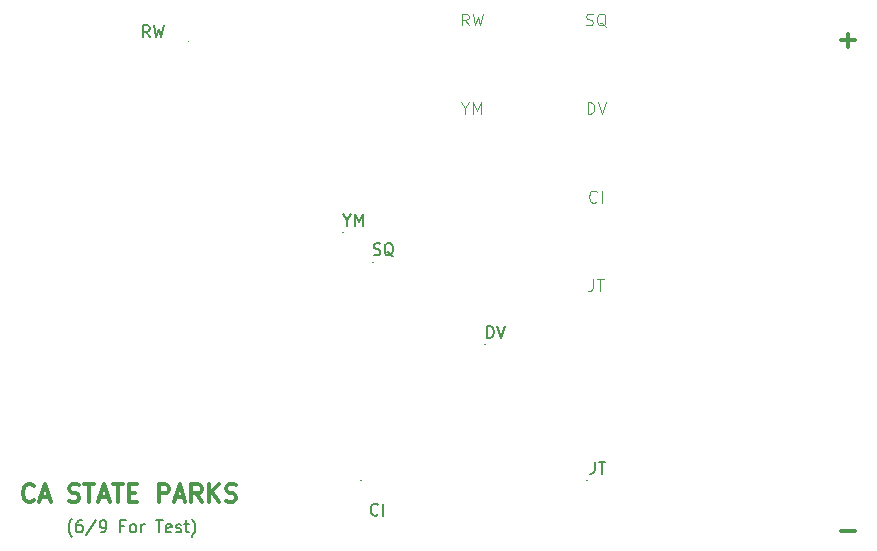
<source format=gbr>
%TF.GenerationSoftware,KiCad,Pcbnew,8.0.8*%
%TF.CreationDate,2025-07-15T17:27:57-07:00*%
%TF.ProjectId,Map Lights,4d617020-4c69-4676-9874-732e6b696361,rev?*%
%TF.SameCoordinates,Original*%
%TF.FileFunction,Legend,Top*%
%TF.FilePolarity,Positive*%
%FSLAX46Y46*%
G04 Gerber Fmt 4.6, Leading zero omitted, Abs format (unit mm)*
G04 Created by KiCad (PCBNEW 8.0.8) date 2025-07-15 17:27:57*
%MOMM*%
%LPD*%
G01*
G04 APERTURE LIST*
%ADD10C,0.200000*%
%ADD11C,0.300000*%
%ADD12C,0.100000*%
%ADD13C,0.150000*%
G04 APERTURE END LIST*
D10*
X122155387Y-121748171D02*
X122107768Y-121700552D01*
X122107768Y-121700552D02*
X122012530Y-121557695D01*
X122012530Y-121557695D02*
X121964911Y-121462457D01*
X121964911Y-121462457D02*
X121917292Y-121319600D01*
X121917292Y-121319600D02*
X121869673Y-121081504D01*
X121869673Y-121081504D02*
X121869673Y-120891028D01*
X121869673Y-120891028D02*
X121917292Y-120652933D01*
X121917292Y-120652933D02*
X121964911Y-120510076D01*
X121964911Y-120510076D02*
X122012530Y-120414838D01*
X122012530Y-120414838D02*
X122107768Y-120271980D01*
X122107768Y-120271980D02*
X122155387Y-120224361D01*
X122964911Y-120367219D02*
X122774435Y-120367219D01*
X122774435Y-120367219D02*
X122679197Y-120414838D01*
X122679197Y-120414838D02*
X122631578Y-120462457D01*
X122631578Y-120462457D02*
X122536340Y-120605314D01*
X122536340Y-120605314D02*
X122488721Y-120795790D01*
X122488721Y-120795790D02*
X122488721Y-121176742D01*
X122488721Y-121176742D02*
X122536340Y-121271980D01*
X122536340Y-121271980D02*
X122583959Y-121319600D01*
X122583959Y-121319600D02*
X122679197Y-121367219D01*
X122679197Y-121367219D02*
X122869673Y-121367219D01*
X122869673Y-121367219D02*
X122964911Y-121319600D01*
X122964911Y-121319600D02*
X123012530Y-121271980D01*
X123012530Y-121271980D02*
X123060149Y-121176742D01*
X123060149Y-121176742D02*
X123060149Y-120938647D01*
X123060149Y-120938647D02*
X123012530Y-120843409D01*
X123012530Y-120843409D02*
X122964911Y-120795790D01*
X122964911Y-120795790D02*
X122869673Y-120748171D01*
X122869673Y-120748171D02*
X122679197Y-120748171D01*
X122679197Y-120748171D02*
X122583959Y-120795790D01*
X122583959Y-120795790D02*
X122536340Y-120843409D01*
X122536340Y-120843409D02*
X122488721Y-120938647D01*
X124203006Y-120319600D02*
X123345864Y-121605314D01*
X124583959Y-121367219D02*
X124774435Y-121367219D01*
X124774435Y-121367219D02*
X124869673Y-121319600D01*
X124869673Y-121319600D02*
X124917292Y-121271980D01*
X124917292Y-121271980D02*
X125012530Y-121129123D01*
X125012530Y-121129123D02*
X125060149Y-120938647D01*
X125060149Y-120938647D02*
X125060149Y-120557695D01*
X125060149Y-120557695D02*
X125012530Y-120462457D01*
X125012530Y-120462457D02*
X124964911Y-120414838D01*
X124964911Y-120414838D02*
X124869673Y-120367219D01*
X124869673Y-120367219D02*
X124679197Y-120367219D01*
X124679197Y-120367219D02*
X124583959Y-120414838D01*
X124583959Y-120414838D02*
X124536340Y-120462457D01*
X124536340Y-120462457D02*
X124488721Y-120557695D01*
X124488721Y-120557695D02*
X124488721Y-120795790D01*
X124488721Y-120795790D02*
X124536340Y-120891028D01*
X124536340Y-120891028D02*
X124583959Y-120938647D01*
X124583959Y-120938647D02*
X124679197Y-120986266D01*
X124679197Y-120986266D02*
X124869673Y-120986266D01*
X124869673Y-120986266D02*
X124964911Y-120938647D01*
X124964911Y-120938647D02*
X125012530Y-120891028D01*
X125012530Y-120891028D02*
X125060149Y-120795790D01*
X126583959Y-120843409D02*
X126250626Y-120843409D01*
X126250626Y-121367219D02*
X126250626Y-120367219D01*
X126250626Y-120367219D02*
X126726816Y-120367219D01*
X127250626Y-121367219D02*
X127155388Y-121319600D01*
X127155388Y-121319600D02*
X127107769Y-121271980D01*
X127107769Y-121271980D02*
X127060150Y-121176742D01*
X127060150Y-121176742D02*
X127060150Y-120891028D01*
X127060150Y-120891028D02*
X127107769Y-120795790D01*
X127107769Y-120795790D02*
X127155388Y-120748171D01*
X127155388Y-120748171D02*
X127250626Y-120700552D01*
X127250626Y-120700552D02*
X127393483Y-120700552D01*
X127393483Y-120700552D02*
X127488721Y-120748171D01*
X127488721Y-120748171D02*
X127536340Y-120795790D01*
X127536340Y-120795790D02*
X127583959Y-120891028D01*
X127583959Y-120891028D02*
X127583959Y-121176742D01*
X127583959Y-121176742D02*
X127536340Y-121271980D01*
X127536340Y-121271980D02*
X127488721Y-121319600D01*
X127488721Y-121319600D02*
X127393483Y-121367219D01*
X127393483Y-121367219D02*
X127250626Y-121367219D01*
X128012531Y-121367219D02*
X128012531Y-120700552D01*
X128012531Y-120891028D02*
X128060150Y-120795790D01*
X128060150Y-120795790D02*
X128107769Y-120748171D01*
X128107769Y-120748171D02*
X128203007Y-120700552D01*
X128203007Y-120700552D02*
X128298245Y-120700552D01*
X129250627Y-120367219D02*
X129822055Y-120367219D01*
X129536341Y-121367219D02*
X129536341Y-120367219D01*
X130536341Y-121319600D02*
X130441103Y-121367219D01*
X130441103Y-121367219D02*
X130250627Y-121367219D01*
X130250627Y-121367219D02*
X130155389Y-121319600D01*
X130155389Y-121319600D02*
X130107770Y-121224361D01*
X130107770Y-121224361D02*
X130107770Y-120843409D01*
X130107770Y-120843409D02*
X130155389Y-120748171D01*
X130155389Y-120748171D02*
X130250627Y-120700552D01*
X130250627Y-120700552D02*
X130441103Y-120700552D01*
X130441103Y-120700552D02*
X130536341Y-120748171D01*
X130536341Y-120748171D02*
X130583960Y-120843409D01*
X130583960Y-120843409D02*
X130583960Y-120938647D01*
X130583960Y-120938647D02*
X130107770Y-121033885D01*
X130964913Y-121319600D02*
X131060151Y-121367219D01*
X131060151Y-121367219D02*
X131250627Y-121367219D01*
X131250627Y-121367219D02*
X131345865Y-121319600D01*
X131345865Y-121319600D02*
X131393484Y-121224361D01*
X131393484Y-121224361D02*
X131393484Y-121176742D01*
X131393484Y-121176742D02*
X131345865Y-121081504D01*
X131345865Y-121081504D02*
X131250627Y-121033885D01*
X131250627Y-121033885D02*
X131107770Y-121033885D01*
X131107770Y-121033885D02*
X131012532Y-120986266D01*
X131012532Y-120986266D02*
X130964913Y-120891028D01*
X130964913Y-120891028D02*
X130964913Y-120843409D01*
X130964913Y-120843409D02*
X131012532Y-120748171D01*
X131012532Y-120748171D02*
X131107770Y-120700552D01*
X131107770Y-120700552D02*
X131250627Y-120700552D01*
X131250627Y-120700552D02*
X131345865Y-120748171D01*
X131679199Y-120700552D02*
X132060151Y-120700552D01*
X131822056Y-120367219D02*
X131822056Y-121224361D01*
X131822056Y-121224361D02*
X131869675Y-121319600D01*
X131869675Y-121319600D02*
X131964913Y-121367219D01*
X131964913Y-121367219D02*
X132060151Y-121367219D01*
X132298247Y-121748171D02*
X132345866Y-121700552D01*
X132345866Y-121700552D02*
X132441104Y-121557695D01*
X132441104Y-121557695D02*
X132488723Y-121462457D01*
X132488723Y-121462457D02*
X132536342Y-121319600D01*
X132536342Y-121319600D02*
X132583961Y-121081504D01*
X132583961Y-121081504D02*
X132583961Y-120891028D01*
X132583961Y-120891028D02*
X132536342Y-120652933D01*
X132536342Y-120652933D02*
X132488723Y-120510076D01*
X132488723Y-120510076D02*
X132441104Y-120414838D01*
X132441104Y-120414838D02*
X132345866Y-120271980D01*
X132345866Y-120271980D02*
X132298247Y-120224361D01*
D11*
X188445489Y-79729400D02*
X187302632Y-79729400D01*
X187874060Y-80300828D02*
X187874060Y-79157971D01*
X188445489Y-121229400D02*
X187302632Y-121229400D01*
X118911653Y-118657971D02*
X118840225Y-118729400D01*
X118840225Y-118729400D02*
X118625939Y-118800828D01*
X118625939Y-118800828D02*
X118483082Y-118800828D01*
X118483082Y-118800828D02*
X118268796Y-118729400D01*
X118268796Y-118729400D02*
X118125939Y-118586542D01*
X118125939Y-118586542D02*
X118054510Y-118443685D01*
X118054510Y-118443685D02*
X117983082Y-118157971D01*
X117983082Y-118157971D02*
X117983082Y-117943685D01*
X117983082Y-117943685D02*
X118054510Y-117657971D01*
X118054510Y-117657971D02*
X118125939Y-117515114D01*
X118125939Y-117515114D02*
X118268796Y-117372257D01*
X118268796Y-117372257D02*
X118483082Y-117300828D01*
X118483082Y-117300828D02*
X118625939Y-117300828D01*
X118625939Y-117300828D02*
X118840225Y-117372257D01*
X118840225Y-117372257D02*
X118911653Y-117443685D01*
X119483082Y-118372257D02*
X120197368Y-118372257D01*
X119340225Y-118800828D02*
X119840225Y-117300828D01*
X119840225Y-117300828D02*
X120340225Y-118800828D01*
X121911653Y-118729400D02*
X122125939Y-118800828D01*
X122125939Y-118800828D02*
X122483081Y-118800828D01*
X122483081Y-118800828D02*
X122625939Y-118729400D01*
X122625939Y-118729400D02*
X122697367Y-118657971D01*
X122697367Y-118657971D02*
X122768796Y-118515114D01*
X122768796Y-118515114D02*
X122768796Y-118372257D01*
X122768796Y-118372257D02*
X122697367Y-118229400D01*
X122697367Y-118229400D02*
X122625939Y-118157971D01*
X122625939Y-118157971D02*
X122483081Y-118086542D01*
X122483081Y-118086542D02*
X122197367Y-118015114D01*
X122197367Y-118015114D02*
X122054510Y-117943685D01*
X122054510Y-117943685D02*
X121983081Y-117872257D01*
X121983081Y-117872257D02*
X121911653Y-117729400D01*
X121911653Y-117729400D02*
X121911653Y-117586542D01*
X121911653Y-117586542D02*
X121983081Y-117443685D01*
X121983081Y-117443685D02*
X122054510Y-117372257D01*
X122054510Y-117372257D02*
X122197367Y-117300828D01*
X122197367Y-117300828D02*
X122554510Y-117300828D01*
X122554510Y-117300828D02*
X122768796Y-117372257D01*
X123197367Y-117300828D02*
X124054510Y-117300828D01*
X123625938Y-118800828D02*
X123625938Y-117300828D01*
X124483081Y-118372257D02*
X125197367Y-118372257D01*
X124340224Y-118800828D02*
X124840224Y-117300828D01*
X124840224Y-117300828D02*
X125340224Y-118800828D01*
X125625938Y-117300828D02*
X126483081Y-117300828D01*
X126054509Y-118800828D02*
X126054509Y-117300828D01*
X126983080Y-118015114D02*
X127483080Y-118015114D01*
X127697366Y-118800828D02*
X126983080Y-118800828D01*
X126983080Y-118800828D02*
X126983080Y-117300828D01*
X126983080Y-117300828D02*
X127697366Y-117300828D01*
X129483080Y-118800828D02*
X129483080Y-117300828D01*
X129483080Y-117300828D02*
X130054509Y-117300828D01*
X130054509Y-117300828D02*
X130197366Y-117372257D01*
X130197366Y-117372257D02*
X130268795Y-117443685D01*
X130268795Y-117443685D02*
X130340223Y-117586542D01*
X130340223Y-117586542D02*
X130340223Y-117800828D01*
X130340223Y-117800828D02*
X130268795Y-117943685D01*
X130268795Y-117943685D02*
X130197366Y-118015114D01*
X130197366Y-118015114D02*
X130054509Y-118086542D01*
X130054509Y-118086542D02*
X129483080Y-118086542D01*
X130911652Y-118372257D02*
X131625938Y-118372257D01*
X130768795Y-118800828D02*
X131268795Y-117300828D01*
X131268795Y-117300828D02*
X131768795Y-118800828D01*
X133125937Y-118800828D02*
X132625937Y-118086542D01*
X132268794Y-118800828D02*
X132268794Y-117300828D01*
X132268794Y-117300828D02*
X132840223Y-117300828D01*
X132840223Y-117300828D02*
X132983080Y-117372257D01*
X132983080Y-117372257D02*
X133054509Y-117443685D01*
X133054509Y-117443685D02*
X133125937Y-117586542D01*
X133125937Y-117586542D02*
X133125937Y-117800828D01*
X133125937Y-117800828D02*
X133054509Y-117943685D01*
X133054509Y-117943685D02*
X132983080Y-118015114D01*
X132983080Y-118015114D02*
X132840223Y-118086542D01*
X132840223Y-118086542D02*
X132268794Y-118086542D01*
X133768794Y-118800828D02*
X133768794Y-117300828D01*
X134625937Y-118800828D02*
X133983080Y-117943685D01*
X134625937Y-117300828D02*
X133768794Y-118157971D01*
X135197366Y-118729400D02*
X135411652Y-118800828D01*
X135411652Y-118800828D02*
X135768794Y-118800828D01*
X135768794Y-118800828D02*
X135911652Y-118729400D01*
X135911652Y-118729400D02*
X135983080Y-118657971D01*
X135983080Y-118657971D02*
X136054509Y-118515114D01*
X136054509Y-118515114D02*
X136054509Y-118372257D01*
X136054509Y-118372257D02*
X135983080Y-118229400D01*
X135983080Y-118229400D02*
X135911652Y-118157971D01*
X135911652Y-118157971D02*
X135768794Y-118086542D01*
X135768794Y-118086542D02*
X135483080Y-118015114D01*
X135483080Y-118015114D02*
X135340223Y-117943685D01*
X135340223Y-117943685D02*
X135268794Y-117872257D01*
X135268794Y-117872257D02*
X135197366Y-117729400D01*
X135197366Y-117729400D02*
X135197366Y-117586542D01*
X135197366Y-117586542D02*
X135268794Y-117443685D01*
X135268794Y-117443685D02*
X135340223Y-117372257D01*
X135340223Y-117372257D02*
X135483080Y-117300828D01*
X135483080Y-117300828D02*
X135840223Y-117300828D01*
X135840223Y-117300828D02*
X136054509Y-117372257D01*
D12*
X165809524Y-85957419D02*
X165809524Y-84957419D01*
X165809524Y-84957419D02*
X166047619Y-84957419D01*
X166047619Y-84957419D02*
X166190476Y-85005038D01*
X166190476Y-85005038D02*
X166285714Y-85100276D01*
X166285714Y-85100276D02*
X166333333Y-85195514D01*
X166333333Y-85195514D02*
X166380952Y-85385990D01*
X166380952Y-85385990D02*
X166380952Y-85528847D01*
X166380952Y-85528847D02*
X166333333Y-85719323D01*
X166333333Y-85719323D02*
X166285714Y-85814561D01*
X166285714Y-85814561D02*
X166190476Y-85909800D01*
X166190476Y-85909800D02*
X166047619Y-85957419D01*
X166047619Y-85957419D02*
X165809524Y-85957419D01*
X166666667Y-84957419D02*
X167000000Y-85957419D01*
X167000000Y-85957419D02*
X167333333Y-84957419D01*
D13*
X128738095Y-79454819D02*
X128404762Y-78978628D01*
X128166667Y-79454819D02*
X128166667Y-78454819D01*
X128166667Y-78454819D02*
X128547619Y-78454819D01*
X128547619Y-78454819D02*
X128642857Y-78502438D01*
X128642857Y-78502438D02*
X128690476Y-78550057D01*
X128690476Y-78550057D02*
X128738095Y-78645295D01*
X128738095Y-78645295D02*
X128738095Y-78788152D01*
X128738095Y-78788152D02*
X128690476Y-78883390D01*
X128690476Y-78883390D02*
X128642857Y-78931009D01*
X128642857Y-78931009D02*
X128547619Y-78978628D01*
X128547619Y-78978628D02*
X128166667Y-78978628D01*
X129071429Y-78454819D02*
X129309524Y-79454819D01*
X129309524Y-79454819D02*
X129500000Y-78740533D01*
X129500000Y-78740533D02*
X129690476Y-79454819D01*
X129690476Y-79454819D02*
X129928572Y-78454819D01*
X145428571Y-94928628D02*
X145428571Y-95404819D01*
X145095238Y-94404819D02*
X145428571Y-94928628D01*
X145428571Y-94928628D02*
X145761904Y-94404819D01*
X146095238Y-95404819D02*
X146095238Y-94404819D01*
X146095238Y-94404819D02*
X146428571Y-95119104D01*
X146428571Y-95119104D02*
X146761904Y-94404819D01*
X146761904Y-94404819D02*
X146761904Y-95404819D01*
X148071428Y-119859580D02*
X148023809Y-119907200D01*
X148023809Y-119907200D02*
X147880952Y-119954819D01*
X147880952Y-119954819D02*
X147785714Y-119954819D01*
X147785714Y-119954819D02*
X147642857Y-119907200D01*
X147642857Y-119907200D02*
X147547619Y-119811961D01*
X147547619Y-119811961D02*
X147500000Y-119716723D01*
X147500000Y-119716723D02*
X147452381Y-119526247D01*
X147452381Y-119526247D02*
X147452381Y-119383390D01*
X147452381Y-119383390D02*
X147500000Y-119192914D01*
X147500000Y-119192914D02*
X147547619Y-119097676D01*
X147547619Y-119097676D02*
X147642857Y-119002438D01*
X147642857Y-119002438D02*
X147785714Y-118954819D01*
X147785714Y-118954819D02*
X147880952Y-118954819D01*
X147880952Y-118954819D02*
X148023809Y-119002438D01*
X148023809Y-119002438D02*
X148071428Y-119050057D01*
X148500000Y-119954819D02*
X148500000Y-118954819D01*
D12*
X166571428Y-93362180D02*
X166523809Y-93409800D01*
X166523809Y-93409800D02*
X166380952Y-93457419D01*
X166380952Y-93457419D02*
X166285714Y-93457419D01*
X166285714Y-93457419D02*
X166142857Y-93409800D01*
X166142857Y-93409800D02*
X166047619Y-93314561D01*
X166047619Y-93314561D02*
X166000000Y-93219323D01*
X166000000Y-93219323D02*
X165952381Y-93028847D01*
X165952381Y-93028847D02*
X165952381Y-92885990D01*
X165952381Y-92885990D02*
X166000000Y-92695514D01*
X166000000Y-92695514D02*
X166047619Y-92600276D01*
X166047619Y-92600276D02*
X166142857Y-92505038D01*
X166142857Y-92505038D02*
X166285714Y-92457419D01*
X166285714Y-92457419D02*
X166380952Y-92457419D01*
X166380952Y-92457419D02*
X166523809Y-92505038D01*
X166523809Y-92505038D02*
X166571428Y-92552657D01*
X167000000Y-93457419D02*
X167000000Y-92457419D01*
X155738095Y-78457419D02*
X155404762Y-77981228D01*
X155166667Y-78457419D02*
X155166667Y-77457419D01*
X155166667Y-77457419D02*
X155547619Y-77457419D01*
X155547619Y-77457419D02*
X155642857Y-77505038D01*
X155642857Y-77505038D02*
X155690476Y-77552657D01*
X155690476Y-77552657D02*
X155738095Y-77647895D01*
X155738095Y-77647895D02*
X155738095Y-77790752D01*
X155738095Y-77790752D02*
X155690476Y-77885990D01*
X155690476Y-77885990D02*
X155642857Y-77933609D01*
X155642857Y-77933609D02*
X155547619Y-77981228D01*
X155547619Y-77981228D02*
X155166667Y-77981228D01*
X156071429Y-77457419D02*
X156309524Y-78457419D01*
X156309524Y-78457419D02*
X156500000Y-77743133D01*
X156500000Y-77743133D02*
X156690476Y-78457419D01*
X156690476Y-78457419D02*
X156928572Y-77457419D01*
D13*
X166416904Y-115404819D02*
X166416904Y-116119104D01*
X166416904Y-116119104D02*
X166369285Y-116261961D01*
X166369285Y-116261961D02*
X166274047Y-116357200D01*
X166274047Y-116357200D02*
X166131190Y-116404819D01*
X166131190Y-116404819D02*
X166035952Y-116404819D01*
X166750238Y-115404819D02*
X167321666Y-115404819D01*
X167035952Y-116404819D02*
X167035952Y-115404819D01*
X157309524Y-104904819D02*
X157309524Y-103904819D01*
X157309524Y-103904819D02*
X157547619Y-103904819D01*
X157547619Y-103904819D02*
X157690476Y-103952438D01*
X157690476Y-103952438D02*
X157785714Y-104047676D01*
X157785714Y-104047676D02*
X157833333Y-104142914D01*
X157833333Y-104142914D02*
X157880952Y-104333390D01*
X157880952Y-104333390D02*
X157880952Y-104476247D01*
X157880952Y-104476247D02*
X157833333Y-104666723D01*
X157833333Y-104666723D02*
X157785714Y-104761961D01*
X157785714Y-104761961D02*
X157690476Y-104857200D01*
X157690476Y-104857200D02*
X157547619Y-104904819D01*
X157547619Y-104904819D02*
X157309524Y-104904819D01*
X158166667Y-103904819D02*
X158500000Y-104904819D01*
X158500000Y-104904819D02*
X158833333Y-103904819D01*
X147690476Y-97857200D02*
X147833333Y-97904819D01*
X147833333Y-97904819D02*
X148071428Y-97904819D01*
X148071428Y-97904819D02*
X148166666Y-97857200D01*
X148166666Y-97857200D02*
X148214285Y-97809580D01*
X148214285Y-97809580D02*
X148261904Y-97714342D01*
X148261904Y-97714342D02*
X148261904Y-97619104D01*
X148261904Y-97619104D02*
X148214285Y-97523866D01*
X148214285Y-97523866D02*
X148166666Y-97476247D01*
X148166666Y-97476247D02*
X148071428Y-97428628D01*
X148071428Y-97428628D02*
X147880952Y-97381009D01*
X147880952Y-97381009D02*
X147785714Y-97333390D01*
X147785714Y-97333390D02*
X147738095Y-97285771D01*
X147738095Y-97285771D02*
X147690476Y-97190533D01*
X147690476Y-97190533D02*
X147690476Y-97095295D01*
X147690476Y-97095295D02*
X147738095Y-97000057D01*
X147738095Y-97000057D02*
X147785714Y-96952438D01*
X147785714Y-96952438D02*
X147880952Y-96904819D01*
X147880952Y-96904819D02*
X148119047Y-96904819D01*
X148119047Y-96904819D02*
X148261904Y-96952438D01*
X149357142Y-98000057D02*
X149261904Y-97952438D01*
X149261904Y-97952438D02*
X149166666Y-97857200D01*
X149166666Y-97857200D02*
X149023809Y-97714342D01*
X149023809Y-97714342D02*
X148928571Y-97666723D01*
X148928571Y-97666723D02*
X148833333Y-97666723D01*
X148880952Y-97904819D02*
X148785714Y-97857200D01*
X148785714Y-97857200D02*
X148690476Y-97761961D01*
X148690476Y-97761961D02*
X148642857Y-97571485D01*
X148642857Y-97571485D02*
X148642857Y-97238152D01*
X148642857Y-97238152D02*
X148690476Y-97047676D01*
X148690476Y-97047676D02*
X148785714Y-96952438D01*
X148785714Y-96952438D02*
X148880952Y-96904819D01*
X148880952Y-96904819D02*
X149071428Y-96904819D01*
X149071428Y-96904819D02*
X149166666Y-96952438D01*
X149166666Y-96952438D02*
X149261904Y-97047676D01*
X149261904Y-97047676D02*
X149309523Y-97238152D01*
X149309523Y-97238152D02*
X149309523Y-97571485D01*
X149309523Y-97571485D02*
X149261904Y-97761961D01*
X149261904Y-97761961D02*
X149166666Y-97857200D01*
X149166666Y-97857200D02*
X149071428Y-97904819D01*
X149071428Y-97904819D02*
X148880952Y-97904819D01*
D12*
X166261904Y-99957419D02*
X166261904Y-100671704D01*
X166261904Y-100671704D02*
X166214285Y-100814561D01*
X166214285Y-100814561D02*
X166119047Y-100909800D01*
X166119047Y-100909800D02*
X165976190Y-100957419D01*
X165976190Y-100957419D02*
X165880952Y-100957419D01*
X166595238Y-99957419D02*
X167166666Y-99957419D01*
X166880952Y-100957419D02*
X166880952Y-99957419D01*
X155428571Y-85481228D02*
X155428571Y-85957419D01*
X155095238Y-84957419D02*
X155428571Y-85481228D01*
X155428571Y-85481228D02*
X155761904Y-84957419D01*
X156095238Y-85957419D02*
X156095238Y-84957419D01*
X156095238Y-84957419D02*
X156428571Y-85671704D01*
X156428571Y-85671704D02*
X156761904Y-84957419D01*
X156761904Y-84957419D02*
X156761904Y-85957419D01*
X165690476Y-78409800D02*
X165833333Y-78457419D01*
X165833333Y-78457419D02*
X166071428Y-78457419D01*
X166071428Y-78457419D02*
X166166666Y-78409800D01*
X166166666Y-78409800D02*
X166214285Y-78362180D01*
X166214285Y-78362180D02*
X166261904Y-78266942D01*
X166261904Y-78266942D02*
X166261904Y-78171704D01*
X166261904Y-78171704D02*
X166214285Y-78076466D01*
X166214285Y-78076466D02*
X166166666Y-78028847D01*
X166166666Y-78028847D02*
X166071428Y-77981228D01*
X166071428Y-77981228D02*
X165880952Y-77933609D01*
X165880952Y-77933609D02*
X165785714Y-77885990D01*
X165785714Y-77885990D02*
X165738095Y-77838371D01*
X165738095Y-77838371D02*
X165690476Y-77743133D01*
X165690476Y-77743133D02*
X165690476Y-77647895D01*
X165690476Y-77647895D02*
X165738095Y-77552657D01*
X165738095Y-77552657D02*
X165785714Y-77505038D01*
X165785714Y-77505038D02*
X165880952Y-77457419D01*
X165880952Y-77457419D02*
X166119047Y-77457419D01*
X166119047Y-77457419D02*
X166261904Y-77505038D01*
X167357142Y-78552657D02*
X167261904Y-78505038D01*
X167261904Y-78505038D02*
X167166666Y-78409800D01*
X167166666Y-78409800D02*
X167023809Y-78266942D01*
X167023809Y-78266942D02*
X166928571Y-78219323D01*
X166928571Y-78219323D02*
X166833333Y-78219323D01*
X166880952Y-78457419D02*
X166785714Y-78409800D01*
X166785714Y-78409800D02*
X166690476Y-78314561D01*
X166690476Y-78314561D02*
X166642857Y-78124085D01*
X166642857Y-78124085D02*
X166642857Y-77790752D01*
X166642857Y-77790752D02*
X166690476Y-77600276D01*
X166690476Y-77600276D02*
X166785714Y-77505038D01*
X166785714Y-77505038D02*
X166880952Y-77457419D01*
X166880952Y-77457419D02*
X167071428Y-77457419D01*
X167071428Y-77457419D02*
X167166666Y-77505038D01*
X167166666Y-77505038D02*
X167261904Y-77600276D01*
X167261904Y-77600276D02*
X167309523Y-77790752D01*
X167309523Y-77790752D02*
X167309523Y-78124085D01*
X167309523Y-78124085D02*
X167261904Y-78314561D01*
X167261904Y-78314561D02*
X167166666Y-78409800D01*
X167166666Y-78409800D02*
X167071428Y-78457419D01*
X167071428Y-78457419D02*
X166880952Y-78457419D01*
%TO.C,RW*%
X132050000Y-79860000D02*
G75*
G02*
X131950000Y-79860000I-50000J0D01*
G01*
X131950000Y-79860000D02*
G75*
G02*
X132050000Y-79860000I50000J0D01*
G01*
%TO.C,YM*%
X145190000Y-96000000D02*
G75*
G02*
X145090000Y-96000000I-50000J0D01*
G01*
X145090000Y-96000000D02*
G75*
G02*
X145190000Y-96000000I50000J0D01*
G01*
%TO.C,CI*%
X146690000Y-117000000D02*
G75*
G02*
X146590000Y-117000000I-50000J0D01*
G01*
X146590000Y-117000000D02*
G75*
G02*
X146690000Y-117000000I50000J0D01*
G01*
%TO.C,JT*%
X165845000Y-117000000D02*
G75*
G02*
X165745000Y-117000000I-50000J0D01*
G01*
X165745000Y-117000000D02*
G75*
G02*
X165845000Y-117000000I50000J0D01*
G01*
%TO.C,DV*%
X157190000Y-105500000D02*
G75*
G02*
X157090000Y-105500000I-50000J0D01*
G01*
X157090000Y-105500000D02*
G75*
G02*
X157190000Y-105500000I50000J0D01*
G01*
%TO.C,SQ*%
X147690000Y-98500000D02*
G75*
G02*
X147590000Y-98500000I-50000J0D01*
G01*
X147590000Y-98500000D02*
G75*
G02*
X147690000Y-98500000I50000J0D01*
G01*
%TD*%
M02*

</source>
